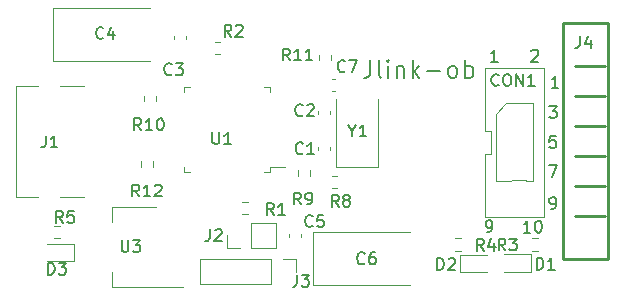
<source format=gbr>
%TF.GenerationSoftware,KiCad,Pcbnew,(5.1.9-0-10_14)*%
%TF.CreationDate,2021-03-12T08:38:00+08:00*%
%TF.ProjectId,jlinkob,6a6c696e-6b6f-4622-9e6b-696361645f70,rev?*%
%TF.SameCoordinates,Original*%
%TF.FileFunction,Legend,Top*%
%TF.FilePolarity,Positive*%
%FSLAX46Y46*%
G04 Gerber Fmt 4.6, Leading zero omitted, Abs format (unit mm)*
G04 Created by KiCad (PCBNEW (5.1.9-0-10_14)) date 2021-03-12 08:38:00*
%MOMM*%
%LPD*%
G01*
G04 APERTURE LIST*
%ADD10C,0.150000*%
%ADD11C,0.120000*%
%ADD12C,0.254000*%
G04 APERTURE END LIST*
D10*
X142689523Y-95002380D02*
X142118095Y-95002380D01*
X142403809Y-95002380D02*
X142403809Y-94002380D01*
X142308571Y-94145238D01*
X142213333Y-94240476D01*
X142118095Y-94288095D01*
X143308571Y-94002380D02*
X143403809Y-94002380D01*
X143499047Y-94050000D01*
X143546666Y-94097619D01*
X143594285Y-94192857D01*
X143641904Y-94383333D01*
X143641904Y-94621428D01*
X143594285Y-94811904D01*
X143546666Y-94907142D01*
X143499047Y-94954761D01*
X143403809Y-95002380D01*
X143308571Y-95002380D01*
X143213333Y-94954761D01*
X143165714Y-94907142D01*
X143118095Y-94811904D01*
X143070476Y-94621428D01*
X143070476Y-94383333D01*
X143118095Y-94192857D01*
X143165714Y-94097619D01*
X143213333Y-94050000D01*
X143308571Y-94002380D01*
X142774285Y-79627619D02*
X142821904Y-79580000D01*
X142917142Y-79532380D01*
X143155238Y-79532380D01*
X143250476Y-79580000D01*
X143298095Y-79627619D01*
X143345714Y-79722857D01*
X143345714Y-79818095D01*
X143298095Y-79960952D01*
X142726666Y-80532380D01*
X143345714Y-80532380D01*
X138999523Y-94952380D02*
X139190000Y-94952380D01*
X139285238Y-94904761D01*
X139332857Y-94857142D01*
X139428095Y-94714285D01*
X139475714Y-94523809D01*
X139475714Y-94142857D01*
X139428095Y-94047619D01*
X139380476Y-94000000D01*
X139285238Y-93952380D01*
X139094761Y-93952380D01*
X138999523Y-94000000D01*
X138951904Y-94047619D01*
X138904285Y-94142857D01*
X138904285Y-94380952D01*
X138951904Y-94476190D01*
X138999523Y-94523809D01*
X139094761Y-94571428D01*
X139285238Y-94571428D01*
X139380476Y-94523809D01*
X139428095Y-94476190D01*
X139475714Y-94380952D01*
X139925714Y-80532380D02*
X139354285Y-80532380D01*
X139640000Y-80532380D02*
X139640000Y-79532380D01*
X139544761Y-79675238D01*
X139449523Y-79770476D01*
X139354285Y-79818095D01*
X144399523Y-92982380D02*
X144590000Y-92982380D01*
X144685238Y-92934761D01*
X144732857Y-92887142D01*
X144828095Y-92744285D01*
X144875714Y-92553809D01*
X144875714Y-92172857D01*
X144828095Y-92077619D01*
X144780476Y-92030000D01*
X144685238Y-91982380D01*
X144494761Y-91982380D01*
X144399523Y-92030000D01*
X144351904Y-92077619D01*
X144304285Y-92172857D01*
X144304285Y-92410952D01*
X144351904Y-92506190D01*
X144399523Y-92553809D01*
X144494761Y-92601428D01*
X144685238Y-92601428D01*
X144780476Y-92553809D01*
X144828095Y-92506190D01*
X144875714Y-92410952D01*
X144296666Y-89282380D02*
X144963333Y-89282380D01*
X144534761Y-90282380D01*
X144828095Y-86812380D02*
X144351904Y-86812380D01*
X144304285Y-87288571D01*
X144351904Y-87240952D01*
X144447142Y-87193333D01*
X144685238Y-87193333D01*
X144780476Y-87240952D01*
X144828095Y-87288571D01*
X144875714Y-87383809D01*
X144875714Y-87621904D01*
X144828095Y-87717142D01*
X144780476Y-87764761D01*
X144685238Y-87812380D01*
X144447142Y-87812380D01*
X144351904Y-87764761D01*
X144304285Y-87717142D01*
X144296666Y-84292380D02*
X144915714Y-84292380D01*
X144582380Y-84673333D01*
X144725238Y-84673333D01*
X144820476Y-84720952D01*
X144868095Y-84768571D01*
X144915714Y-84863809D01*
X144915714Y-85101904D01*
X144868095Y-85197142D01*
X144820476Y-85244761D01*
X144725238Y-85292380D01*
X144439523Y-85292380D01*
X144344285Y-85244761D01*
X144296666Y-85197142D01*
X145055714Y-82732380D02*
X144484285Y-82732380D01*
X144770000Y-82732380D02*
X144770000Y-81732380D01*
X144674761Y-81875238D01*
X144579523Y-81970476D01*
X144484285Y-82018095D01*
X129142857Y-80398571D02*
X129142857Y-81470000D01*
X129071428Y-81684285D01*
X128928571Y-81827142D01*
X128714285Y-81898571D01*
X128571428Y-81898571D01*
X130071428Y-81898571D02*
X129928571Y-81827142D01*
X129857142Y-81684285D01*
X129857142Y-80398571D01*
X130642857Y-81898571D02*
X130642857Y-80898571D01*
X130642857Y-80398571D02*
X130571428Y-80470000D01*
X130642857Y-80541428D01*
X130714285Y-80470000D01*
X130642857Y-80398571D01*
X130642857Y-80541428D01*
X131357142Y-80898571D02*
X131357142Y-81898571D01*
X131357142Y-81041428D02*
X131428571Y-80970000D01*
X131571428Y-80898571D01*
X131785714Y-80898571D01*
X131928571Y-80970000D01*
X132000000Y-81112857D01*
X132000000Y-81898571D01*
X132714285Y-81898571D02*
X132714285Y-80398571D01*
X132857142Y-81327142D02*
X133285714Y-81898571D01*
X133285714Y-80898571D02*
X132714285Y-81470000D01*
X133928571Y-81327142D02*
X135071428Y-81327142D01*
X136000000Y-81898571D02*
X135857142Y-81827142D01*
X135785714Y-81755714D01*
X135714285Y-81612857D01*
X135714285Y-81184285D01*
X135785714Y-81041428D01*
X135857142Y-80970000D01*
X136000000Y-80898571D01*
X136214285Y-80898571D01*
X136357142Y-80970000D01*
X136428571Y-81041428D01*
X136500000Y-81184285D01*
X136500000Y-81612857D01*
X136428571Y-81755714D01*
X136357142Y-81827142D01*
X136214285Y-81898571D01*
X136000000Y-81898571D01*
X137142857Y-81898571D02*
X137142857Y-80398571D01*
X137142857Y-80970000D02*
X137285714Y-80898571D01*
X137571428Y-80898571D01*
X137714285Y-80970000D01*
X137785714Y-81041428D01*
X137857142Y-81184285D01*
X137857142Y-81612857D01*
X137785714Y-81755714D01*
X137714285Y-81827142D01*
X137571428Y-81898571D01*
X137285714Y-81898571D01*
X137142857Y-81827142D01*
D11*
%TO.C,C6*%
X124295000Y-99440000D02*
X132530000Y-99440000D01*
X124295000Y-94920000D02*
X124295000Y-99440000D01*
X132530000Y-94920000D02*
X124295000Y-94920000D01*
%TO.C,C4*%
X102255000Y-80500000D02*
X110490000Y-80500000D01*
X102255000Y-75980000D02*
X102255000Y-80500000D01*
X110490000Y-75980000D02*
X102255000Y-75980000D01*
%TO.C,Y1*%
X129816000Y-89410000D02*
X129816000Y-83660000D01*
X126216000Y-89410000D02*
X129816000Y-89410000D01*
X126216000Y-83660000D02*
X126216000Y-89410000D01*
%TO.C,R12*%
X109697500Y-88952742D02*
X109697500Y-89427258D01*
X110742500Y-88952742D02*
X110742500Y-89427258D01*
%TO.C,R11*%
X125802500Y-80417258D02*
X125802500Y-79942742D01*
X124757500Y-80417258D02*
X124757500Y-79942742D01*
%TO.C,R10*%
X109977500Y-83422742D02*
X109977500Y-83897258D01*
X111022500Y-83422742D02*
X111022500Y-83897258D01*
%TO.C,R9*%
X123017500Y-89732742D02*
X123017500Y-90207258D01*
X124062500Y-89732742D02*
X124062500Y-90207258D01*
%TO.C,R8*%
X125862742Y-91242500D02*
X126337258Y-91242500D01*
X125862742Y-90197500D02*
X126337258Y-90197500D01*
%TO.C,C7*%
X125899420Y-82980000D02*
X126180580Y-82980000D01*
X125899420Y-81960000D02*
X126180580Y-81960000D01*
%TO.C,C5*%
X123290000Y-95360580D02*
X123290000Y-95079420D01*
X122270000Y-95360580D02*
X122270000Y-95079420D01*
%TO.C,C3*%
X113500000Y-78640580D02*
X113500000Y-78359420D01*
X112480000Y-78640580D02*
X112480000Y-78359420D01*
%TO.C,C2*%
X124712000Y-84695420D02*
X124712000Y-84976580D01*
X125732000Y-84695420D02*
X125732000Y-84976580D01*
%TO.C,C1*%
X125732000Y-88024580D02*
X125732000Y-87743420D01*
X124712000Y-88024580D02*
X124712000Y-87743420D01*
%TO.C,U1*%
X120610000Y-89410000D02*
X121900000Y-89410000D01*
X120610000Y-89860000D02*
X120610000Y-89410000D01*
X120160000Y-89860000D02*
X120610000Y-89860000D01*
X113390000Y-89860000D02*
X113390000Y-89410000D01*
X113840000Y-89860000D02*
X113390000Y-89860000D01*
X120610000Y-82640000D02*
X120610000Y-83090000D01*
X120160000Y-82640000D02*
X120610000Y-82640000D01*
X113390000Y-82640000D02*
X113390000Y-83090000D01*
X113840000Y-82640000D02*
X113390000Y-82640000D01*
%TO.C,R5*%
X102352742Y-95472500D02*
X102827258Y-95472500D01*
X102352742Y-94427500D02*
X102827258Y-94427500D01*
%TO.C,R4*%
X136332742Y-96532500D02*
X136807258Y-96532500D01*
X136332742Y-95487500D02*
X136807258Y-95487500D01*
%TO.C,R3*%
X143317258Y-95487500D02*
X142842742Y-95487500D01*
X143317258Y-96532500D02*
X142842742Y-96532500D01*
%TO.C,D3*%
X104055000Y-95935000D02*
X101770000Y-95935000D01*
X104055000Y-97405000D02*
X104055000Y-95935000D01*
X101770000Y-97405000D02*
X104055000Y-97405000D01*
%TO.C,D2*%
X136755000Y-98355000D02*
X139040000Y-98355000D01*
X136755000Y-96885000D02*
X136755000Y-98355000D01*
X139040000Y-96885000D02*
X136755000Y-96885000D01*
%TO.C,D1*%
X142765000Y-96855000D02*
X140480000Y-96855000D01*
X142765000Y-98325000D02*
X142765000Y-96855000D01*
X140480000Y-98325000D02*
X142765000Y-98325000D01*
%TO.C,U3*%
X113280000Y-99630000D02*
X107270000Y-99630000D01*
X111030000Y-92810000D02*
X107270000Y-92810000D01*
X107270000Y-99630000D02*
X107270000Y-98370000D01*
X107270000Y-92810000D02*
X107270000Y-94070000D01*
D12*
%TO.C,J4*%
X145460000Y-97250000D02*
X149280000Y-97250000D01*
X145460000Y-77250000D02*
X149280000Y-77250000D01*
X146460000Y-83440000D02*
X149000000Y-83440000D01*
X146460000Y-80900000D02*
X149000000Y-80900000D01*
X146460000Y-93600000D02*
X149000000Y-93600000D01*
X146460000Y-85980000D02*
X149000000Y-85980000D01*
X146460000Y-88520000D02*
X149000000Y-88520000D01*
X146460000Y-91060000D02*
X149000000Y-91060000D01*
X149280000Y-77250000D02*
X149280000Y-97250000D01*
X145460000Y-77250000D02*
X145460000Y-97250000D01*
D11*
%TO.C,J3*%
X122810000Y-97240000D02*
X122810000Y-98300000D01*
X121750000Y-97240000D02*
X122810000Y-97240000D01*
X120750000Y-97240000D02*
X120750000Y-99360000D01*
X120750000Y-99360000D02*
X114690000Y-99360000D01*
X120750000Y-97240000D02*
X114690000Y-97240000D01*
X114690000Y-97240000D02*
X114690000Y-99360000D01*
%TO.C,CON1*%
X138870000Y-86370000D02*
X138870000Y-81045000D01*
X139370000Y-86370000D02*
X138870000Y-86370000D01*
X139370000Y-88370000D02*
X139370000Y-86370000D01*
X138870000Y-88370000D02*
X139370000Y-88370000D01*
X138870000Y-93695000D02*
X138870000Y-88370000D01*
X143870000Y-93695000D02*
X138870000Y-93695000D01*
X143870000Y-81045000D02*
X143870000Y-93695000D01*
X138870000Y-81045000D02*
X143870000Y-81045000D01*
X140590000Y-84060000D02*
X142920000Y-84060000D01*
X142920000Y-84060000D02*
X142920000Y-84820000D01*
X142920000Y-84860000D02*
X142920000Y-85455000D01*
X142920000Y-85455000D02*
X142920000Y-90595000D01*
X139750000Y-90595000D02*
X142300000Y-90590000D01*
X142277530Y-90595000D02*
X142920000Y-90595000D01*
X139790000Y-84930000D02*
X139750000Y-90595000D01*
X139790000Y-84920000D02*
X140560000Y-84090000D01*
%TO.C,R2*%
X116447258Y-78877500D02*
X115972742Y-78877500D01*
X116447258Y-79922500D02*
X115972742Y-79922500D01*
%TO.C,R1*%
X118292742Y-93452500D02*
X118767258Y-93452500D01*
X118292742Y-92407500D02*
X118767258Y-92407500D01*
%TO.C,J2*%
X117010000Y-96290000D02*
X117010000Y-95230000D01*
X118070000Y-96290000D02*
X117010000Y-96290000D01*
X119070000Y-96290000D02*
X119070000Y-94170000D01*
X119070000Y-94170000D02*
X121130000Y-94170000D01*
X119070000Y-96290000D02*
X121130000Y-96290000D01*
X121130000Y-96290000D02*
X121130000Y-94170000D01*
%TO.C,J1*%
X101000000Y-82550000D02*
X99100000Y-82550000D01*
X104900000Y-82550000D02*
X102900000Y-82550000D01*
X101000000Y-91950000D02*
X99100000Y-91950000D01*
X104900000Y-91950000D02*
X102900000Y-91950000D01*
X99100000Y-82550000D02*
X99100000Y-91950000D01*
%TO.C,C6*%
D10*
X128643333Y-97587142D02*
X128595714Y-97634761D01*
X128452857Y-97682380D01*
X128357619Y-97682380D01*
X128214761Y-97634761D01*
X128119523Y-97539523D01*
X128071904Y-97444285D01*
X128024285Y-97253809D01*
X128024285Y-97110952D01*
X128071904Y-96920476D01*
X128119523Y-96825238D01*
X128214761Y-96730000D01*
X128357619Y-96682380D01*
X128452857Y-96682380D01*
X128595714Y-96730000D01*
X128643333Y-96777619D01*
X129500476Y-96682380D02*
X129310000Y-96682380D01*
X129214761Y-96730000D01*
X129167142Y-96777619D01*
X129071904Y-96920476D01*
X129024285Y-97110952D01*
X129024285Y-97491904D01*
X129071904Y-97587142D01*
X129119523Y-97634761D01*
X129214761Y-97682380D01*
X129405238Y-97682380D01*
X129500476Y-97634761D01*
X129548095Y-97587142D01*
X129595714Y-97491904D01*
X129595714Y-97253809D01*
X129548095Y-97158571D01*
X129500476Y-97110952D01*
X129405238Y-97063333D01*
X129214761Y-97063333D01*
X129119523Y-97110952D01*
X129071904Y-97158571D01*
X129024285Y-97253809D01*
%TO.C,C4*%
X106523333Y-78507142D02*
X106475714Y-78554761D01*
X106332857Y-78602380D01*
X106237619Y-78602380D01*
X106094761Y-78554761D01*
X105999523Y-78459523D01*
X105951904Y-78364285D01*
X105904285Y-78173809D01*
X105904285Y-78030952D01*
X105951904Y-77840476D01*
X105999523Y-77745238D01*
X106094761Y-77650000D01*
X106237619Y-77602380D01*
X106332857Y-77602380D01*
X106475714Y-77650000D01*
X106523333Y-77697619D01*
X107380476Y-77935714D02*
X107380476Y-78602380D01*
X107142380Y-77554761D02*
X106904285Y-78269047D01*
X107523333Y-78269047D01*
%TO.C,Y1*%
X127613809Y-86386190D02*
X127613809Y-86862380D01*
X127280476Y-85862380D02*
X127613809Y-86386190D01*
X127947142Y-85862380D01*
X128804285Y-86862380D02*
X128232857Y-86862380D01*
X128518571Y-86862380D02*
X128518571Y-85862380D01*
X128423333Y-86005238D01*
X128328095Y-86100476D01*
X128232857Y-86148095D01*
%TO.C,R12*%
X109557142Y-91942380D02*
X109223809Y-91466190D01*
X108985714Y-91942380D02*
X108985714Y-90942380D01*
X109366666Y-90942380D01*
X109461904Y-90990000D01*
X109509523Y-91037619D01*
X109557142Y-91132857D01*
X109557142Y-91275714D01*
X109509523Y-91370952D01*
X109461904Y-91418571D01*
X109366666Y-91466190D01*
X108985714Y-91466190D01*
X110509523Y-91942380D02*
X109938095Y-91942380D01*
X110223809Y-91942380D02*
X110223809Y-90942380D01*
X110128571Y-91085238D01*
X110033333Y-91180476D01*
X109938095Y-91228095D01*
X110890476Y-91037619D02*
X110938095Y-90990000D01*
X111033333Y-90942380D01*
X111271428Y-90942380D01*
X111366666Y-90990000D01*
X111414285Y-91037619D01*
X111461904Y-91132857D01*
X111461904Y-91228095D01*
X111414285Y-91370952D01*
X110842857Y-91942380D01*
X111461904Y-91942380D01*
%TO.C,R11*%
X122327142Y-80422380D02*
X121993809Y-79946190D01*
X121755714Y-80422380D02*
X121755714Y-79422380D01*
X122136666Y-79422380D01*
X122231904Y-79470000D01*
X122279523Y-79517619D01*
X122327142Y-79612857D01*
X122327142Y-79755714D01*
X122279523Y-79850952D01*
X122231904Y-79898571D01*
X122136666Y-79946190D01*
X121755714Y-79946190D01*
X123279523Y-80422380D02*
X122708095Y-80422380D01*
X122993809Y-80422380D02*
X122993809Y-79422380D01*
X122898571Y-79565238D01*
X122803333Y-79660476D01*
X122708095Y-79708095D01*
X124231904Y-80422380D02*
X123660476Y-80422380D01*
X123946190Y-80422380D02*
X123946190Y-79422380D01*
X123850952Y-79565238D01*
X123755714Y-79660476D01*
X123660476Y-79708095D01*
%TO.C,R10*%
X109727142Y-86332380D02*
X109393809Y-85856190D01*
X109155714Y-86332380D02*
X109155714Y-85332380D01*
X109536666Y-85332380D01*
X109631904Y-85380000D01*
X109679523Y-85427619D01*
X109727142Y-85522857D01*
X109727142Y-85665714D01*
X109679523Y-85760952D01*
X109631904Y-85808571D01*
X109536666Y-85856190D01*
X109155714Y-85856190D01*
X110679523Y-86332380D02*
X110108095Y-86332380D01*
X110393809Y-86332380D02*
X110393809Y-85332380D01*
X110298571Y-85475238D01*
X110203333Y-85570476D01*
X110108095Y-85618095D01*
X111298571Y-85332380D02*
X111393809Y-85332380D01*
X111489047Y-85380000D01*
X111536666Y-85427619D01*
X111584285Y-85522857D01*
X111631904Y-85713333D01*
X111631904Y-85951428D01*
X111584285Y-86141904D01*
X111536666Y-86237142D01*
X111489047Y-86284761D01*
X111393809Y-86332380D01*
X111298571Y-86332380D01*
X111203333Y-86284761D01*
X111155714Y-86237142D01*
X111108095Y-86141904D01*
X111060476Y-85951428D01*
X111060476Y-85713333D01*
X111108095Y-85522857D01*
X111155714Y-85427619D01*
X111203333Y-85380000D01*
X111298571Y-85332380D01*
%TO.C,R9*%
X123263333Y-92622380D02*
X122930000Y-92146190D01*
X122691904Y-92622380D02*
X122691904Y-91622380D01*
X123072857Y-91622380D01*
X123168095Y-91670000D01*
X123215714Y-91717619D01*
X123263333Y-91812857D01*
X123263333Y-91955714D01*
X123215714Y-92050952D01*
X123168095Y-92098571D01*
X123072857Y-92146190D01*
X122691904Y-92146190D01*
X123739523Y-92622380D02*
X123930000Y-92622380D01*
X124025238Y-92574761D01*
X124072857Y-92527142D01*
X124168095Y-92384285D01*
X124215714Y-92193809D01*
X124215714Y-91812857D01*
X124168095Y-91717619D01*
X124120476Y-91670000D01*
X124025238Y-91622380D01*
X123834761Y-91622380D01*
X123739523Y-91670000D01*
X123691904Y-91717619D01*
X123644285Y-91812857D01*
X123644285Y-92050952D01*
X123691904Y-92146190D01*
X123739523Y-92193809D01*
X123834761Y-92241428D01*
X124025238Y-92241428D01*
X124120476Y-92193809D01*
X124168095Y-92146190D01*
X124215714Y-92050952D01*
%TO.C,R8*%
X126453333Y-92812380D02*
X126120000Y-92336190D01*
X125881904Y-92812380D02*
X125881904Y-91812380D01*
X126262857Y-91812380D01*
X126358095Y-91860000D01*
X126405714Y-91907619D01*
X126453333Y-92002857D01*
X126453333Y-92145714D01*
X126405714Y-92240952D01*
X126358095Y-92288571D01*
X126262857Y-92336190D01*
X125881904Y-92336190D01*
X127024761Y-92240952D02*
X126929523Y-92193333D01*
X126881904Y-92145714D01*
X126834285Y-92050476D01*
X126834285Y-92002857D01*
X126881904Y-91907619D01*
X126929523Y-91860000D01*
X127024761Y-91812380D01*
X127215238Y-91812380D01*
X127310476Y-91860000D01*
X127358095Y-91907619D01*
X127405714Y-92002857D01*
X127405714Y-92050476D01*
X127358095Y-92145714D01*
X127310476Y-92193333D01*
X127215238Y-92240952D01*
X127024761Y-92240952D01*
X126929523Y-92288571D01*
X126881904Y-92336190D01*
X126834285Y-92431428D01*
X126834285Y-92621904D01*
X126881904Y-92717142D01*
X126929523Y-92764761D01*
X127024761Y-92812380D01*
X127215238Y-92812380D01*
X127310476Y-92764761D01*
X127358095Y-92717142D01*
X127405714Y-92621904D01*
X127405714Y-92431428D01*
X127358095Y-92336190D01*
X127310476Y-92288571D01*
X127215238Y-92240952D01*
%TO.C,C7*%
X126993333Y-81317142D02*
X126945714Y-81364761D01*
X126802857Y-81412380D01*
X126707619Y-81412380D01*
X126564761Y-81364761D01*
X126469523Y-81269523D01*
X126421904Y-81174285D01*
X126374285Y-80983809D01*
X126374285Y-80840952D01*
X126421904Y-80650476D01*
X126469523Y-80555238D01*
X126564761Y-80460000D01*
X126707619Y-80412380D01*
X126802857Y-80412380D01*
X126945714Y-80460000D01*
X126993333Y-80507619D01*
X127326666Y-80412380D02*
X127993333Y-80412380D01*
X127564761Y-81412380D01*
%TO.C,C5*%
X124243333Y-94437142D02*
X124195714Y-94484761D01*
X124052857Y-94532380D01*
X123957619Y-94532380D01*
X123814761Y-94484761D01*
X123719523Y-94389523D01*
X123671904Y-94294285D01*
X123624285Y-94103809D01*
X123624285Y-93960952D01*
X123671904Y-93770476D01*
X123719523Y-93675238D01*
X123814761Y-93580000D01*
X123957619Y-93532380D01*
X124052857Y-93532380D01*
X124195714Y-93580000D01*
X124243333Y-93627619D01*
X125148095Y-93532380D02*
X124671904Y-93532380D01*
X124624285Y-94008571D01*
X124671904Y-93960952D01*
X124767142Y-93913333D01*
X125005238Y-93913333D01*
X125100476Y-93960952D01*
X125148095Y-94008571D01*
X125195714Y-94103809D01*
X125195714Y-94341904D01*
X125148095Y-94437142D01*
X125100476Y-94484761D01*
X125005238Y-94532380D01*
X124767142Y-94532380D01*
X124671904Y-94484761D01*
X124624285Y-94437142D01*
%TO.C,C3*%
X112313333Y-81577142D02*
X112265714Y-81624761D01*
X112122857Y-81672380D01*
X112027619Y-81672380D01*
X111884761Y-81624761D01*
X111789523Y-81529523D01*
X111741904Y-81434285D01*
X111694285Y-81243809D01*
X111694285Y-81100952D01*
X111741904Y-80910476D01*
X111789523Y-80815238D01*
X111884761Y-80720000D01*
X112027619Y-80672380D01*
X112122857Y-80672380D01*
X112265714Y-80720000D01*
X112313333Y-80767619D01*
X112646666Y-80672380D02*
X113265714Y-80672380D01*
X112932380Y-81053333D01*
X113075238Y-81053333D01*
X113170476Y-81100952D01*
X113218095Y-81148571D01*
X113265714Y-81243809D01*
X113265714Y-81481904D01*
X113218095Y-81577142D01*
X113170476Y-81624761D01*
X113075238Y-81672380D01*
X112789523Y-81672380D01*
X112694285Y-81624761D01*
X112646666Y-81577142D01*
%TO.C,C2*%
X123403333Y-85047142D02*
X123355714Y-85094761D01*
X123212857Y-85142380D01*
X123117619Y-85142380D01*
X122974761Y-85094761D01*
X122879523Y-84999523D01*
X122831904Y-84904285D01*
X122784285Y-84713809D01*
X122784285Y-84570952D01*
X122831904Y-84380476D01*
X122879523Y-84285238D01*
X122974761Y-84190000D01*
X123117619Y-84142380D01*
X123212857Y-84142380D01*
X123355714Y-84190000D01*
X123403333Y-84237619D01*
X123784285Y-84237619D02*
X123831904Y-84190000D01*
X123927142Y-84142380D01*
X124165238Y-84142380D01*
X124260476Y-84190000D01*
X124308095Y-84237619D01*
X124355714Y-84332857D01*
X124355714Y-84428095D01*
X124308095Y-84570952D01*
X123736666Y-85142380D01*
X124355714Y-85142380D01*
%TO.C,C1*%
X123423333Y-88277142D02*
X123375714Y-88324761D01*
X123232857Y-88372380D01*
X123137619Y-88372380D01*
X122994761Y-88324761D01*
X122899523Y-88229523D01*
X122851904Y-88134285D01*
X122804285Y-87943809D01*
X122804285Y-87800952D01*
X122851904Y-87610476D01*
X122899523Y-87515238D01*
X122994761Y-87420000D01*
X123137619Y-87372380D01*
X123232857Y-87372380D01*
X123375714Y-87420000D01*
X123423333Y-87467619D01*
X124375714Y-88372380D02*
X123804285Y-88372380D01*
X124090000Y-88372380D02*
X124090000Y-87372380D01*
X123994761Y-87515238D01*
X123899523Y-87610476D01*
X123804285Y-87658095D01*
%TO.C,U1*%
X115768095Y-86502380D02*
X115768095Y-87311904D01*
X115815714Y-87407142D01*
X115863333Y-87454761D01*
X115958571Y-87502380D01*
X116149047Y-87502380D01*
X116244285Y-87454761D01*
X116291904Y-87407142D01*
X116339523Y-87311904D01*
X116339523Y-86502380D01*
X117339523Y-87502380D02*
X116768095Y-87502380D01*
X117053809Y-87502380D02*
X117053809Y-86502380D01*
X116958571Y-86645238D01*
X116863333Y-86740476D01*
X116768095Y-86788095D01*
%TO.C,R5*%
X103113333Y-94172380D02*
X102780000Y-93696190D01*
X102541904Y-94172380D02*
X102541904Y-93172380D01*
X102922857Y-93172380D01*
X103018095Y-93220000D01*
X103065714Y-93267619D01*
X103113333Y-93362857D01*
X103113333Y-93505714D01*
X103065714Y-93600952D01*
X103018095Y-93648571D01*
X102922857Y-93696190D01*
X102541904Y-93696190D01*
X104018095Y-93172380D02*
X103541904Y-93172380D01*
X103494285Y-93648571D01*
X103541904Y-93600952D01*
X103637142Y-93553333D01*
X103875238Y-93553333D01*
X103970476Y-93600952D01*
X104018095Y-93648571D01*
X104065714Y-93743809D01*
X104065714Y-93981904D01*
X104018095Y-94077142D01*
X103970476Y-94124761D01*
X103875238Y-94172380D01*
X103637142Y-94172380D01*
X103541904Y-94124761D01*
X103494285Y-94077142D01*
%TO.C,R4*%
X138753333Y-96522380D02*
X138420000Y-96046190D01*
X138181904Y-96522380D02*
X138181904Y-95522380D01*
X138562857Y-95522380D01*
X138658095Y-95570000D01*
X138705714Y-95617619D01*
X138753333Y-95712857D01*
X138753333Y-95855714D01*
X138705714Y-95950952D01*
X138658095Y-95998571D01*
X138562857Y-96046190D01*
X138181904Y-96046190D01*
X139610476Y-95855714D02*
X139610476Y-96522380D01*
X139372380Y-95474761D02*
X139134285Y-96189047D01*
X139753333Y-96189047D01*
%TO.C,R3*%
X140573333Y-96502380D02*
X140240000Y-96026190D01*
X140001904Y-96502380D02*
X140001904Y-95502380D01*
X140382857Y-95502380D01*
X140478095Y-95550000D01*
X140525714Y-95597619D01*
X140573333Y-95692857D01*
X140573333Y-95835714D01*
X140525714Y-95930952D01*
X140478095Y-95978571D01*
X140382857Y-96026190D01*
X140001904Y-96026190D01*
X140906666Y-95502380D02*
X141525714Y-95502380D01*
X141192380Y-95883333D01*
X141335238Y-95883333D01*
X141430476Y-95930952D01*
X141478095Y-95978571D01*
X141525714Y-96073809D01*
X141525714Y-96311904D01*
X141478095Y-96407142D01*
X141430476Y-96454761D01*
X141335238Y-96502380D01*
X141049523Y-96502380D01*
X140954285Y-96454761D01*
X140906666Y-96407142D01*
%TO.C,D3*%
X101831904Y-98552380D02*
X101831904Y-97552380D01*
X102070000Y-97552380D01*
X102212857Y-97600000D01*
X102308095Y-97695238D01*
X102355714Y-97790476D01*
X102403333Y-97980952D01*
X102403333Y-98123809D01*
X102355714Y-98314285D01*
X102308095Y-98409523D01*
X102212857Y-98504761D01*
X102070000Y-98552380D01*
X101831904Y-98552380D01*
X102736666Y-97552380D02*
X103355714Y-97552380D01*
X103022380Y-97933333D01*
X103165238Y-97933333D01*
X103260476Y-97980952D01*
X103308095Y-98028571D01*
X103355714Y-98123809D01*
X103355714Y-98361904D01*
X103308095Y-98457142D01*
X103260476Y-98504761D01*
X103165238Y-98552380D01*
X102879523Y-98552380D01*
X102784285Y-98504761D01*
X102736666Y-98457142D01*
%TO.C,D2*%
X134801904Y-98152380D02*
X134801904Y-97152380D01*
X135040000Y-97152380D01*
X135182857Y-97200000D01*
X135278095Y-97295238D01*
X135325714Y-97390476D01*
X135373333Y-97580952D01*
X135373333Y-97723809D01*
X135325714Y-97914285D01*
X135278095Y-98009523D01*
X135182857Y-98104761D01*
X135040000Y-98152380D01*
X134801904Y-98152380D01*
X135754285Y-97247619D02*
X135801904Y-97200000D01*
X135897142Y-97152380D01*
X136135238Y-97152380D01*
X136230476Y-97200000D01*
X136278095Y-97247619D01*
X136325714Y-97342857D01*
X136325714Y-97438095D01*
X136278095Y-97580952D01*
X135706666Y-98152380D01*
X136325714Y-98152380D01*
%TO.C,D1*%
X143211904Y-98132380D02*
X143211904Y-97132380D01*
X143450000Y-97132380D01*
X143592857Y-97180000D01*
X143688095Y-97275238D01*
X143735714Y-97370476D01*
X143783333Y-97560952D01*
X143783333Y-97703809D01*
X143735714Y-97894285D01*
X143688095Y-97989523D01*
X143592857Y-98084761D01*
X143450000Y-98132380D01*
X143211904Y-98132380D01*
X144735714Y-98132380D02*
X144164285Y-98132380D01*
X144450000Y-98132380D02*
X144450000Y-97132380D01*
X144354761Y-97275238D01*
X144259523Y-97370476D01*
X144164285Y-97418095D01*
%TO.C,U3*%
X108068095Y-95642380D02*
X108068095Y-96451904D01*
X108115714Y-96547142D01*
X108163333Y-96594761D01*
X108258571Y-96642380D01*
X108449047Y-96642380D01*
X108544285Y-96594761D01*
X108591904Y-96547142D01*
X108639523Y-96451904D01*
X108639523Y-95642380D01*
X109020476Y-95642380D02*
X109639523Y-95642380D01*
X109306190Y-96023333D01*
X109449047Y-96023333D01*
X109544285Y-96070952D01*
X109591904Y-96118571D01*
X109639523Y-96213809D01*
X109639523Y-96451904D01*
X109591904Y-96547142D01*
X109544285Y-96594761D01*
X109449047Y-96642380D01*
X109163333Y-96642380D01*
X109068095Y-96594761D01*
X109020476Y-96547142D01*
%TO.C,J4*%
X146876666Y-78362380D02*
X146876666Y-79076666D01*
X146829047Y-79219523D01*
X146733809Y-79314761D01*
X146590952Y-79362380D01*
X146495714Y-79362380D01*
X147781428Y-78695714D02*
X147781428Y-79362380D01*
X147543333Y-78314761D02*
X147305238Y-79029047D01*
X147924285Y-79029047D01*
%TO.C,J3*%
X122926666Y-98572380D02*
X122926666Y-99286666D01*
X122879047Y-99429523D01*
X122783809Y-99524761D01*
X122640952Y-99572380D01*
X122545714Y-99572380D01*
X123307619Y-98572380D02*
X123926666Y-98572380D01*
X123593333Y-98953333D01*
X123736190Y-98953333D01*
X123831428Y-99000952D01*
X123879047Y-99048571D01*
X123926666Y-99143809D01*
X123926666Y-99381904D01*
X123879047Y-99477142D01*
X123831428Y-99524761D01*
X123736190Y-99572380D01*
X123450476Y-99572380D01*
X123355238Y-99524761D01*
X123307619Y-99477142D01*
%TO.C,CON1*%
X140005714Y-82487142D02*
X139958095Y-82534761D01*
X139815238Y-82582380D01*
X139720000Y-82582380D01*
X139577142Y-82534761D01*
X139481904Y-82439523D01*
X139434285Y-82344285D01*
X139386666Y-82153809D01*
X139386666Y-82010952D01*
X139434285Y-81820476D01*
X139481904Y-81725238D01*
X139577142Y-81630000D01*
X139720000Y-81582380D01*
X139815238Y-81582380D01*
X139958095Y-81630000D01*
X140005714Y-81677619D01*
X140624761Y-81582380D02*
X140815238Y-81582380D01*
X140910476Y-81630000D01*
X141005714Y-81725238D01*
X141053333Y-81915714D01*
X141053333Y-82249047D01*
X141005714Y-82439523D01*
X140910476Y-82534761D01*
X140815238Y-82582380D01*
X140624761Y-82582380D01*
X140529523Y-82534761D01*
X140434285Y-82439523D01*
X140386666Y-82249047D01*
X140386666Y-81915714D01*
X140434285Y-81725238D01*
X140529523Y-81630000D01*
X140624761Y-81582380D01*
X141481904Y-82582380D02*
X141481904Y-81582380D01*
X142053333Y-82582380D01*
X142053333Y-81582380D01*
X143053333Y-82582380D02*
X142481904Y-82582380D01*
X142767619Y-82582380D02*
X142767619Y-81582380D01*
X142672380Y-81725238D01*
X142577142Y-81820476D01*
X142481904Y-81868095D01*
%TO.C,R2*%
X117363333Y-78412380D02*
X117030000Y-77936190D01*
X116791904Y-78412380D02*
X116791904Y-77412380D01*
X117172857Y-77412380D01*
X117268095Y-77460000D01*
X117315714Y-77507619D01*
X117363333Y-77602857D01*
X117363333Y-77745714D01*
X117315714Y-77840952D01*
X117268095Y-77888571D01*
X117172857Y-77936190D01*
X116791904Y-77936190D01*
X117744285Y-77507619D02*
X117791904Y-77460000D01*
X117887142Y-77412380D01*
X118125238Y-77412380D01*
X118220476Y-77460000D01*
X118268095Y-77507619D01*
X118315714Y-77602857D01*
X118315714Y-77698095D01*
X118268095Y-77840952D01*
X117696666Y-78412380D01*
X118315714Y-78412380D01*
%TO.C,R1*%
X120953333Y-93512380D02*
X120620000Y-93036190D01*
X120381904Y-93512380D02*
X120381904Y-92512380D01*
X120762857Y-92512380D01*
X120858095Y-92560000D01*
X120905714Y-92607619D01*
X120953333Y-92702857D01*
X120953333Y-92845714D01*
X120905714Y-92940952D01*
X120858095Y-92988571D01*
X120762857Y-93036190D01*
X120381904Y-93036190D01*
X121905714Y-93512380D02*
X121334285Y-93512380D01*
X121620000Y-93512380D02*
X121620000Y-92512380D01*
X121524761Y-92655238D01*
X121429523Y-92750476D01*
X121334285Y-92798095D01*
%TO.C,J2*%
X115556666Y-94722380D02*
X115556666Y-95436666D01*
X115509047Y-95579523D01*
X115413809Y-95674761D01*
X115270952Y-95722380D01*
X115175714Y-95722380D01*
X115985238Y-94817619D02*
X116032857Y-94770000D01*
X116128095Y-94722380D01*
X116366190Y-94722380D01*
X116461428Y-94770000D01*
X116509047Y-94817619D01*
X116556666Y-94912857D01*
X116556666Y-95008095D01*
X116509047Y-95150952D01*
X115937619Y-95722380D01*
X116556666Y-95722380D01*
%TO.C,J1*%
X101646666Y-86792380D02*
X101646666Y-87506666D01*
X101599047Y-87649523D01*
X101503809Y-87744761D01*
X101360952Y-87792380D01*
X101265714Y-87792380D01*
X102646666Y-87792380D02*
X102075238Y-87792380D01*
X102360952Y-87792380D02*
X102360952Y-86792380D01*
X102265714Y-86935238D01*
X102170476Y-87030476D01*
X102075238Y-87078095D01*
%TD*%
M02*

</source>
